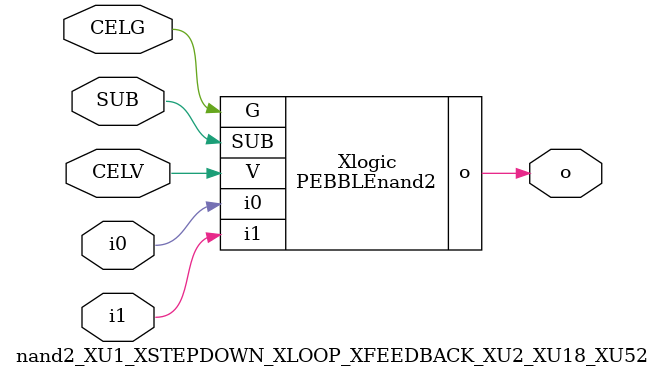
<source format=v>



module PEBBLEnand2 ( o, G, SUB, V, i0, i1 );

  input i0;
  input V;
  input i1;
  input G;
  output o;
  input SUB;
endmodule

//Celera Confidential Do Not Copy nand2_XU1_XSTEPDOWN_XLOOP_XFEEDBACK_XU2_XU18_XU52
//Celera Confidential Symbol Generator
//5V NAND2
module nand2_XU1_XSTEPDOWN_XLOOP_XFEEDBACK_XU2_XU18_XU52 (CELV,CELG,i0,i1,o,SUB);
input CELV;
input CELG;
input i0;
input i1;
input SUB;
output o;

//Celera Confidential Do Not Copy nand2
PEBBLEnand2 Xlogic(
.V (CELV),
.i0 (i0),
.i1 (i1),
.o (o),
.SUB (SUB),
.G (CELG)
);
//,diesize,PEBBLEnand2

//Celera Confidential Do Not Copy Module End
//Celera Schematic Generator
endmodule

</source>
